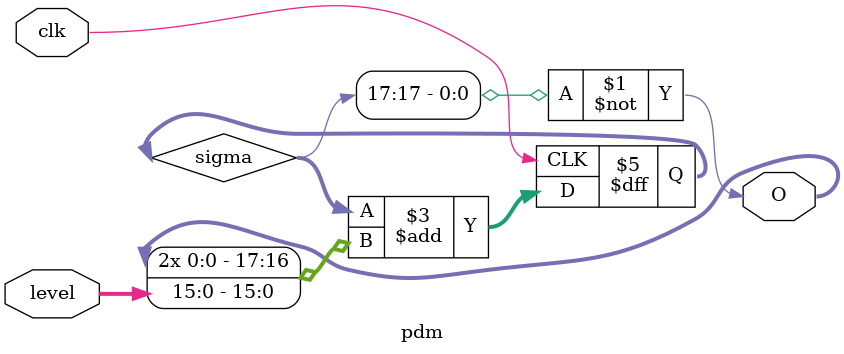
<source format=v>
module pdm(clk, level, O);

   parameter N = 16;  /* The resolution in bits */


   input     wire         clk;
   input     wire [N-1:0] level;
   output    wire          O;

   /*
    * A completely ridiculous side project.  Pulse Density Modulation
    * for controlling led intensity.  The theory is pretty simple:
    * given a desired target level 0 <= T <= 1, control the output O
    * in {1,0}, such that O on on average is T.  Do this by
    * integrating the error T - O over time and switching O such that
    * the sum of (T - O) is finite.
    *
    * S = 0, O = 0
    * forever
    *   S = S + (T - O)
    *   if (S >= 0)
    *      O = 1
    *   else
    *      O = 0
    *
    * Check: T=0, O is never turned on; T=1, O is always on; T=0.5, O toggles
    *
    * In fixed point arithmetic this becomes even simpler (assume N-bit arith)
    * S = Sf * 2^N = Sf << N.  As |S| <= 1, N+2 bits is sufficient
    *
    * S = 0, O = 0
    * forever
    *   D = T + (~O + 1) << N === T + (O << N) + (O << (N+1))
    *   S = S + D
    *   O = 1 & ~(S >> (N+1))
    */

   reg [N+1:0] sigma = 0;
   assign O = ~sigma[N+1];
   always @(posedge clk) sigma <= sigma + {O,O,level};
endmodule // pdm

</source>
